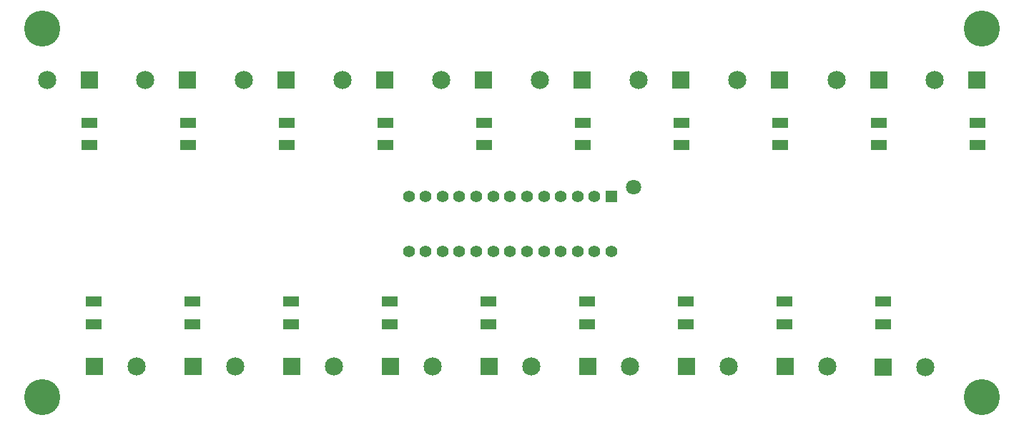
<source format=gts>
G04*
G04 #@! TF.GenerationSoftware,Altium Limited,Altium Designer,20.1.14 (287)*
G04*
G04 Layer_Color=8388736*
%FSLAX25Y25*%
%MOIN*%
G70*
G04*
G04 #@! TF.SameCoordinates,AD4F6338-5A94-4AA3-B556-C82436557DC4*
G04*
G04*
G04 #@! TF.FilePolarity,Negative*
G04*
G01*
G75*
%ADD14R,0.07208X0.04688*%
%ADD15C,0.05524*%
%ADD16C,0.07099*%
%ADD17R,0.05524X0.05524*%
%ADD18C,0.08477*%
%ADD19R,0.08477X0.08477*%
%ADD20C,0.16800*%
D14*
X218000Y129528D02*
D03*
Y140000D02*
D03*
X220000Y56472D02*
D03*
X172000Y129528D02*
D03*
Y140000D02*
D03*
X356000Y129528D02*
D03*
Y140000D02*
D03*
X36000Y56472D02*
D03*
Y46000D02*
D03*
X220000D02*
D03*
X404000Y56472D02*
D03*
Y46000D02*
D03*
X34000Y140000D02*
D03*
Y129528D02*
D03*
X80000D02*
D03*
Y140000D02*
D03*
X126000Y129528D02*
D03*
Y140000D02*
D03*
X264000Y129528D02*
D03*
Y140000D02*
D03*
X448000Y129528D02*
D03*
Y140000D02*
D03*
X128000Y56472D02*
D03*
Y46000D02*
D03*
X174000Y56472D02*
D03*
Y46000D02*
D03*
X266000Y56472D02*
D03*
Y46000D02*
D03*
X312000Y56472D02*
D03*
Y46000D02*
D03*
X358000Y56472D02*
D03*
Y46000D02*
D03*
X402000Y129528D02*
D03*
Y140000D02*
D03*
X310000Y129528D02*
D03*
Y140000D02*
D03*
X82000Y56472D02*
D03*
Y46000D02*
D03*
D15*
X214252Y80000D02*
D03*
Y105591D02*
D03*
X230000D02*
D03*
X222126D02*
D03*
X230000Y80000D02*
D03*
X222126D02*
D03*
X269370Y105591D02*
D03*
X261496D02*
D03*
X253622D02*
D03*
X245748D02*
D03*
X237874D02*
D03*
X206378D02*
D03*
X198504D02*
D03*
X190630D02*
D03*
X182756D02*
D03*
X277244Y80000D02*
D03*
X269370D02*
D03*
X261496D02*
D03*
X253622D02*
D03*
X245748D02*
D03*
X237874D02*
D03*
X206378D02*
D03*
X198504D02*
D03*
X190630D02*
D03*
X182756D02*
D03*
D16*
X287677Y109921D02*
D03*
D17*
X277244Y105591D02*
D03*
D18*
X423685Y26000D02*
D03*
X377842Y26228D02*
D03*
X331842D02*
D03*
X285842D02*
D03*
X239843D02*
D03*
X193842D02*
D03*
X147843D02*
D03*
X101842D02*
D03*
X55843D02*
D03*
X14157Y159772D02*
D03*
X60000Y160000D02*
D03*
X106000D02*
D03*
X152000D02*
D03*
X198000D02*
D03*
X244000D02*
D03*
X290000D02*
D03*
X336000D02*
D03*
X382157Y159772D02*
D03*
X428000Y160000D02*
D03*
D19*
X404000Y26000D02*
D03*
X358157Y26228D02*
D03*
X312158D02*
D03*
X266158D02*
D03*
X220158D02*
D03*
X174158D02*
D03*
X128157D02*
D03*
X82157D02*
D03*
X36158D02*
D03*
X33843Y159772D02*
D03*
X79685Y160000D02*
D03*
X125685D02*
D03*
X171685D02*
D03*
X217685D02*
D03*
X263685D02*
D03*
X309685D02*
D03*
X355685D02*
D03*
X401842Y159772D02*
D03*
X447685Y160000D02*
D03*
D20*
X12000Y184000D02*
D03*
X450000D02*
D03*
X12000Y12000D02*
D03*
X450000D02*
D03*
M02*

</source>
